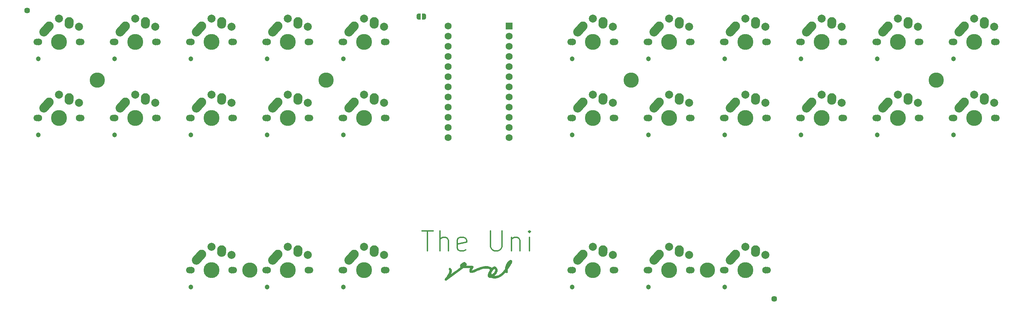
<source format=gts>
G04 #@! TF.GenerationSoftware,KiCad,Pcbnew,(5.99.0-10034-g38c849bde7)*
G04 #@! TF.CreationDate,2021-04-09T15:09:09-07:00*
G04 #@! TF.ProjectId,unisplit_orthosteno,756e6973-706c-4697-945f-6f7274686f73,rev?*
G04 #@! TF.SameCoordinates,Original*
G04 #@! TF.FileFunction,Soldermask,Top*
G04 #@! TF.FilePolarity,Negative*
%FSLAX46Y46*%
G04 Gerber Fmt 4.6, Leading zero omitted, Abs format (unit mm)*
G04 Created by KiCad (PCBNEW (5.99.0-10034-g38c849bde7)) date 2021-04-09 15:09:09*
%MOMM*%
%LPD*%
G01*
G04 APERTURE LIST*
G04 Aperture macros list*
%AMHorizOval*
0 Thick line with rounded ends*
0 $1 width*
0 $2 $3 position (X,Y) of the first rounded end (center of the circle)*
0 $4 $5 position (X,Y) of the second rounded end (center of the circle)*
0 Add line between two ends*
20,1,$1,$2,$3,$4,$5,0*
0 Add two circle primitives to create the rounded ends*
1,1,$1,$2,$3*
1,1,$1,$4,$5*%
%AMFreePoly0*
4,1,22,0.500000,-0.750000,0.000000,-0.750000,0.000000,-0.745033,-0.079941,-0.743568,-0.215256,-0.701293,-0.333266,-0.622738,-0.424486,-0.514219,-0.481581,-0.384460,-0.499164,-0.250000,-0.500000,-0.250000,-0.500000,0.250000,-0.499164,0.250000,-0.499963,0.256109,-0.478152,0.396186,-0.417904,0.524511,-0.324060,0.630769,-0.204165,0.706417,-0.067858,0.745374,0.000000,0.744959,0.000000,0.750000,
0.500000,0.750000,0.500000,-0.750000,0.500000,-0.750000,$1*%
%AMFreePoly1*
4,1,20,0.000000,0.744959,0.073905,0.744508,0.209726,0.703889,0.328688,0.626782,0.421226,0.519385,0.479903,0.390333,0.500000,0.250000,0.500000,-0.250000,0.499851,-0.262216,0.476331,-0.402017,0.414519,-0.529596,0.319384,-0.634700,0.198574,-0.708877,0.061801,-0.746166,0.000000,-0.745033,0.000000,-0.750000,-0.500000,-0.750000,-0.500000,0.750000,0.000000,0.750000,0.000000,0.744959,
0.000000,0.744959,$1*%
G04 Aperture macros list end*
%ADD10C,0.300000*%
%ADD11C,1.448000*%
%ADD12C,1.200000*%
%ADD13C,1.700000*%
%ADD14C,1.750000*%
%ADD15C,3.987800*%
%ADD16HorizOval,2.250000X0.019771X0.290016X-0.019771X-0.290016X0*%
%ADD17C,2.000000*%
%ADD18C,2.250000*%
%ADD19HorizOval,2.250000X0.654995X0.730004X-0.654995X-0.730004X0*%
%ADD20C,3.800000*%
%ADD21FreePoly0,0.000000*%
%ADD22FreePoly1,0.000000*%
%ADD23R,1.752600X1.752600*%
%ADD24C,1.752600*%
G04 APERTURE END LIST*
D10*
X127922476Y-117118154D02*
X130779619Y-117118154D01*
X129351047Y-122118154D02*
X129351047Y-117118154D01*
X132446285Y-122118154D02*
X132446285Y-117118154D01*
X134589142Y-122118154D02*
X134589142Y-119499107D01*
X134351047Y-119022916D01*
X133874857Y-118784821D01*
X133160571Y-118784821D01*
X132684380Y-119022916D01*
X132446285Y-119261011D01*
X138874857Y-121880059D02*
X138398666Y-122118154D01*
X137446285Y-122118154D01*
X136970095Y-121880059D01*
X136732000Y-121403869D01*
X136732000Y-119499107D01*
X136970095Y-119022916D01*
X137446285Y-118784821D01*
X138398666Y-118784821D01*
X138874857Y-119022916D01*
X139112952Y-119499107D01*
X139112952Y-119975297D01*
X136732000Y-120451488D01*
X145065333Y-117118154D02*
X145065333Y-121165773D01*
X145303428Y-121641964D01*
X145541523Y-121880059D01*
X146017714Y-122118154D01*
X146970095Y-122118154D01*
X147446285Y-121880059D01*
X147684380Y-121641964D01*
X147922476Y-121165773D01*
X147922476Y-117118154D01*
X150303428Y-118784821D02*
X150303428Y-122118154D01*
X150303428Y-119261011D02*
X150541523Y-119022916D01*
X151017714Y-118784821D01*
X151732000Y-118784821D01*
X152208190Y-119022916D01*
X152446285Y-119499107D01*
X152446285Y-122118154D01*
X154827238Y-122118154D02*
X154827238Y-118784821D01*
X154827238Y-117118154D02*
X154589142Y-117356250D01*
X154827238Y-117594345D01*
X155065333Y-117356250D01*
X154827238Y-117118154D01*
X154827238Y-117594345D01*
G36*
X144595565Y-127537889D02*
G01*
X144694845Y-127325985D01*
X144770811Y-127175000D01*
X144828710Y-127060933D01*
X144877318Y-126962571D01*
X144912486Y-126888509D01*
X144930067Y-126847344D01*
X144931301Y-126842436D01*
X144910316Y-126822776D01*
X144855103Y-126789789D01*
X144777194Y-126750303D01*
X144769675Y-126746763D01*
X144542797Y-126665651D01*
X144281245Y-126617441D01*
X143987865Y-126601983D01*
X143665499Y-126619127D01*
X143316994Y-126668723D01*
X142945193Y-126750622D01*
X142557087Y-126863331D01*
X142320028Y-126946025D01*
X142064199Y-127047354D01*
X141782837Y-127170186D01*
X141469178Y-127317387D01*
X141357041Y-127371991D01*
X141146719Y-127472783D01*
X140971247Y-127550652D01*
X140822477Y-127608189D01*
X140692261Y-127647990D01*
X140572452Y-127672648D01*
X140454901Y-127684756D01*
X140366896Y-127687159D01*
X140254924Y-127685934D01*
X140177240Y-127679615D01*
X140118162Y-127664838D01*
X140062008Y-127638239D01*
X140018810Y-127612500D01*
X139903603Y-127513650D01*
X139825816Y-127385546D01*
X139785891Y-127232584D01*
X139784264Y-127059158D01*
X139821375Y-126869665D01*
X139897663Y-126668500D01*
X139919994Y-126622626D01*
X139978163Y-126507753D01*
X139548456Y-126491453D01*
X139365666Y-126485533D01*
X139161264Y-126480562D01*
X138956913Y-126476971D01*
X138774275Y-126475192D01*
X138726471Y-126475076D01*
X138334193Y-126475000D01*
X134050313Y-129600000D01*
X133925781Y-129600000D01*
X133842654Y-129594923D01*
X133784142Y-129572955D01*
X133725325Y-129523984D01*
X133716250Y-129515000D01*
X133662708Y-129453860D01*
X133637815Y-129396216D01*
X133631288Y-129316854D01*
X133631250Y-129306550D01*
X133632517Y-129259461D01*
X133639334Y-129218421D01*
X133656226Y-129175772D01*
X133687716Y-129123854D01*
X133738328Y-129055008D01*
X133812587Y-128961574D01*
X133894206Y-128861349D01*
X134138595Y-128547873D01*
X134345255Y-128252046D01*
X134513347Y-127975459D01*
X134642031Y-127719704D01*
X134730469Y-127486374D01*
X134777819Y-127277059D01*
X134786083Y-127170499D01*
X134782128Y-127074385D01*
X134761246Y-126999607D01*
X134715290Y-126918363D01*
X134709764Y-126909963D01*
X134651132Y-126786653D01*
X134636676Y-126668913D01*
X134662838Y-126564062D01*
X134726065Y-126479423D01*
X134822800Y-126422318D01*
X134949487Y-126400067D01*
X134957428Y-126400000D01*
X135020294Y-126404435D01*
X135071191Y-126423410D01*
X135126141Y-126465427D01*
X135181215Y-126518750D01*
X135277700Y-126631693D01*
X135344279Y-126750759D01*
X135384331Y-126886650D01*
X135401233Y-127050067D01*
X135400172Y-127212500D01*
X135391016Y-127363035D01*
X135374811Y-127485302D01*
X135347773Y-127600929D01*
X135312644Y-127712500D01*
X135280382Y-127810049D01*
X135256350Y-127887872D01*
X135243753Y-127935297D01*
X135242933Y-127944651D01*
X135263787Y-127931669D01*
X135321388Y-127891758D01*
X135412129Y-127827511D01*
X135532402Y-127741521D01*
X135678601Y-127636380D01*
X135847118Y-127514681D01*
X136034346Y-127379016D01*
X136236678Y-127231979D01*
X136399174Y-127113606D01*
X137548628Y-126275409D01*
X137500381Y-126132497D01*
X137467131Y-125967059D01*
X137480892Y-125804208D01*
X137500396Y-125752727D01*
X138242064Y-125752727D01*
X138247667Y-125759992D01*
X138283697Y-125741692D01*
X138290671Y-125737217D01*
X138336263Y-125704373D01*
X138356214Y-125684115D01*
X138356250Y-125683745D01*
X138339737Y-125683271D01*
X138302551Y-125702645D01*
X138263216Y-125730675D01*
X138242064Y-125752727D01*
X137500396Y-125752727D01*
X137542377Y-125641916D01*
X137652299Y-125478154D01*
X137778471Y-125341937D01*
X137944102Y-125203672D01*
X138123538Y-125091994D01*
X138307778Y-125010552D01*
X138487819Y-124962993D01*
X138654659Y-124952968D01*
X138718707Y-124960842D01*
X138815971Y-124999925D01*
X138914297Y-125073986D01*
X139000217Y-125170163D01*
X139060263Y-125275591D01*
X139066905Y-125293437D01*
X139101626Y-125463364D01*
X139097897Y-125641421D01*
X139079288Y-125733594D01*
X139065676Y-125797691D01*
X139064618Y-125839047D01*
X139067021Y-125844104D01*
X139094707Y-125848222D01*
X139166146Y-125852952D01*
X139275098Y-125858045D01*
X139415321Y-125863254D01*
X139580577Y-125868332D01*
X139764624Y-125873031D01*
X139837593Y-125874654D01*
X140070690Y-125880017D01*
X140259135Y-125885783D01*
X140408273Y-125892928D01*
X140523450Y-125902428D01*
X140610010Y-125915259D01*
X140673299Y-125932396D01*
X140718662Y-125954817D01*
X140751444Y-125983497D01*
X140776990Y-126019412D01*
X140793326Y-126049181D01*
X140824067Y-126127049D01*
X140830377Y-126203925D01*
X140810049Y-126289652D01*
X140760874Y-126394070D01*
X140689046Y-126513861D01*
X140627146Y-126616308D01*
X140565943Y-126726407D01*
X140509889Y-126834982D01*
X140463433Y-126932860D01*
X140431027Y-127010866D01*
X140417123Y-127059825D01*
X140418807Y-127070890D01*
X140451017Y-127070913D01*
X140522142Y-127050892D01*
X140626375Y-127013155D01*
X140757915Y-126960026D01*
X140910957Y-126893832D01*
X141079698Y-126816899D01*
X141224687Y-126747926D01*
X141544158Y-126597272D01*
X141832342Y-126470621D01*
X142099312Y-126363882D01*
X142355140Y-126272964D01*
X142532893Y-126216571D01*
X142936638Y-126108836D01*
X143325580Y-126033411D01*
X143696521Y-125990165D01*
X144046259Y-125978967D01*
X144371594Y-125999684D01*
X144669326Y-126052185D01*
X144936255Y-126136339D01*
X145169181Y-126252013D01*
X145282508Y-126329690D01*
X145396267Y-126417049D01*
X145503806Y-126321617D01*
X145668200Y-126201836D01*
X145843833Y-126120870D01*
X146022871Y-126080534D01*
X146197483Y-126082642D01*
X146351307Y-126125257D01*
X146494480Y-126212689D01*
X146624310Y-126343789D01*
X146735527Y-126512882D01*
X146764636Y-126570509D01*
X146799854Y-126648228D01*
X146822651Y-126712697D01*
X146835634Y-126778729D01*
X146841413Y-126861137D01*
X146842596Y-126974733D01*
X146842467Y-127012500D01*
X146839631Y-127151507D01*
X146831340Y-127255077D01*
X146815663Y-127337647D01*
X146790667Y-127413654D01*
X146787825Y-127420839D01*
X146693998Y-127620337D01*
X146573185Y-127812618D01*
X146418747Y-128007176D01*
X146256262Y-128181250D01*
X145990345Y-128450000D01*
X146107523Y-128450000D01*
X146223038Y-128442869D01*
X146368605Y-128423582D01*
X146526677Y-128395293D01*
X146679707Y-128361160D01*
X146810150Y-128324337D01*
X146814922Y-128322763D01*
X147092367Y-128209352D01*
X147369110Y-128056605D01*
X147631116Y-127873373D01*
X147864348Y-127668509D01*
X147884759Y-127647978D01*
X147956204Y-127570890D01*
X148050478Y-127462899D01*
X148160219Y-127332958D01*
X148278062Y-127190017D01*
X148396643Y-127043029D01*
X148508598Y-126900944D01*
X148606564Y-126772715D01*
X148623476Y-126750000D01*
X148674709Y-126677112D01*
X148706753Y-126616345D01*
X148725713Y-126549908D01*
X148737695Y-126460008D01*
X148742859Y-126402124D01*
X148781540Y-126126215D01*
X148852819Y-125863196D01*
X148961677Y-125595303D01*
X148979905Y-125557007D01*
X149108426Y-125313240D01*
X149247898Y-125088157D01*
X149393649Y-124887640D01*
X149541006Y-124717572D01*
X149685298Y-124583834D01*
X149821852Y-124492310D01*
X149828129Y-124489081D01*
X149962514Y-124440600D01*
X150102908Y-124423372D01*
X150233825Y-124437840D01*
X150325228Y-124474864D01*
X150420325Y-124551426D01*
X150477411Y-124646386D01*
X150500758Y-124768967D01*
X150500657Y-124853704D01*
X150492509Y-124943019D01*
X150474560Y-125024396D01*
X150441866Y-125113739D01*
X150389480Y-125226954D01*
X150376283Y-125253704D01*
X150272371Y-125447868D01*
X150137979Y-125674192D01*
X149976204Y-125927790D01*
X149790143Y-126203774D01*
X149629864Y-126431835D01*
X149379409Y-126782272D01*
X149396284Y-127123197D01*
X149402456Y-127266093D01*
X149404143Y-127368903D01*
X149400775Y-127441387D01*
X149391784Y-127493305D01*
X149376603Y-127534417D01*
X149371781Y-127544137D01*
X149302765Y-127628518D01*
X149208267Y-127679796D01*
X149100901Y-127697249D01*
X148993284Y-127680157D01*
X148898031Y-127627797D01*
X148848406Y-127574060D01*
X148830967Y-127553444D01*
X148812085Y-127549120D01*
X148785032Y-127566178D01*
X148743084Y-127609707D01*
X148679516Y-127684796D01*
X148642123Y-127730168D01*
X148345475Y-128060352D01*
X148037257Y-128342394D01*
X147715888Y-128577144D01*
X147379788Y-128765452D01*
X147027376Y-128908169D01*
X146657070Y-129006144D01*
X146267290Y-129060227D01*
X146154792Y-129067603D01*
X145899050Y-129067989D01*
X145678171Y-129040492D01*
X145484641Y-128983770D01*
X145360811Y-128925621D01*
X145277942Y-128884141D01*
X145220745Y-128867927D01*
X145174204Y-128873187D01*
X145165433Y-128876260D01*
X145079985Y-128894228D01*
X144967622Y-128899223D01*
X144849521Y-128891945D01*
X144746862Y-128873091D01*
X144712038Y-128861306D01*
X144577444Y-128780089D01*
X144478087Y-128665249D01*
X144415012Y-128519649D01*
X144389267Y-128346149D01*
X144401899Y-128147613D01*
X144418557Y-128058992D01*
X144461196Y-127894919D01*
X144509524Y-127752186D01*
X145347835Y-127752186D01*
X145359315Y-127871550D01*
X145373064Y-127957542D01*
X145386528Y-128023701D01*
X145395777Y-128053280D01*
X145427416Y-128060098D01*
X145489229Y-128028606D01*
X145580188Y-127959564D01*
X145699264Y-127853729D01*
X145807078Y-127750000D01*
X145982213Y-127560755D01*
X146110358Y-127384713D01*
X146192335Y-127220456D01*
X146228969Y-127066563D01*
X146231250Y-127019169D01*
X146220976Y-126917320D01*
X146193892Y-126821465D01*
X146155602Y-126746254D01*
X146111712Y-126706340D01*
X146111547Y-126706276D01*
X146054689Y-126709484D01*
X145976504Y-126749715D01*
X145882550Y-126821838D01*
X145778386Y-126920720D01*
X145669568Y-127041228D01*
X145561656Y-127178229D01*
X145490609Y-127279723D01*
X145403812Y-127435314D01*
X145357421Y-127587393D01*
X145347835Y-127752186D01*
X144509524Y-127752186D01*
X144518941Y-127724375D01*
X144595565Y-127537889D01*
G37*
D11*
X215900000Y-134143750D03*
X29368750Y-61912500D03*
D12*
X32086250Y-74050000D03*
D13*
X42806250Y-69850000D03*
D14*
X32226250Y-69850000D03*
X42386250Y-69850000D03*
D13*
X31806250Y-69850000D03*
D15*
X37306250Y-69850000D03*
D16*
X39826021Y-65059984D03*
D17*
X42306250Y-66050000D03*
D18*
X39846250Y-64770000D03*
X34806250Y-65850000D03*
D19*
X34151245Y-66579996D03*
D17*
X37306250Y-63950000D03*
D14*
X61436250Y-69850000D03*
D15*
X56356250Y-69850000D03*
D13*
X61856250Y-69850000D03*
D14*
X51276250Y-69850000D03*
D12*
X51136250Y-74050000D03*
D13*
X50856250Y-69850000D03*
D16*
X58876021Y-65059984D03*
D18*
X58896250Y-64770000D03*
D17*
X61356250Y-66050000D03*
D18*
X53856250Y-65850000D03*
D19*
X53201245Y-66579996D03*
D17*
X56356250Y-63950000D03*
D14*
X80486250Y-69850000D03*
D15*
X75406250Y-69850000D03*
D14*
X70326250Y-69850000D03*
D13*
X69906250Y-69850000D03*
X80906250Y-69850000D03*
D12*
X70186250Y-74050000D03*
D16*
X77926021Y-65059984D03*
D18*
X77946250Y-64770000D03*
D17*
X80406250Y-66050000D03*
X75406250Y-63950000D03*
D19*
X72251245Y-66579996D03*
D18*
X72906250Y-65850000D03*
D12*
X89236250Y-74050000D03*
D15*
X94456250Y-69850000D03*
D13*
X88956250Y-69850000D03*
D14*
X89376250Y-69850000D03*
X99536250Y-69850000D03*
D13*
X99956250Y-69850000D03*
D17*
X99456250Y-66050000D03*
D16*
X96976021Y-65059984D03*
D18*
X96996250Y-64770000D03*
D17*
X94456250Y-63950000D03*
D18*
X91956250Y-65850000D03*
D19*
X91301245Y-66579996D03*
D15*
X113506250Y-69850000D03*
D12*
X108286250Y-74050000D03*
D14*
X108426250Y-69850000D03*
X118586250Y-69850000D03*
D13*
X108006250Y-69850000D03*
X119006250Y-69850000D03*
D16*
X116026021Y-65059984D03*
D18*
X116046250Y-64770000D03*
D17*
X118506250Y-66050000D03*
D19*
X110351245Y-66579996D03*
D18*
X111006250Y-65850000D03*
D17*
X113506250Y-63950000D03*
D14*
X175736250Y-69850000D03*
D12*
X165436250Y-74050000D03*
D13*
X165156250Y-69850000D03*
D14*
X165576250Y-69850000D03*
D13*
X176156250Y-69850000D03*
D15*
X170656250Y-69850000D03*
D18*
X173196250Y-64770000D03*
D17*
X175656250Y-66050000D03*
D16*
X173176021Y-65059984D03*
D18*
X168156250Y-65850000D03*
D17*
X170656250Y-63950000D03*
D19*
X167501245Y-66579996D03*
D14*
X184626250Y-69850000D03*
D15*
X189706250Y-69850000D03*
D14*
X194786250Y-69850000D03*
D12*
X184486250Y-74050000D03*
D13*
X184206250Y-69850000D03*
X195206250Y-69850000D03*
D18*
X192246250Y-64770000D03*
D17*
X194706250Y-66050000D03*
D16*
X192226021Y-65059984D03*
D19*
X186551245Y-66579996D03*
D17*
X189706250Y-63950000D03*
D18*
X187206250Y-65850000D03*
D13*
X203256250Y-69850000D03*
D14*
X213836250Y-69850000D03*
D13*
X214256250Y-69850000D03*
D14*
X203676250Y-69850000D03*
D12*
X203536250Y-74050000D03*
D15*
X208756250Y-69850000D03*
D17*
X213756250Y-66050000D03*
D18*
X211296250Y-64770000D03*
D16*
X211276021Y-65059984D03*
D19*
X205601245Y-66579996D03*
D17*
X208756250Y-63950000D03*
D18*
X206256250Y-65850000D03*
D12*
X222586250Y-74050000D03*
D14*
X222726250Y-69850000D03*
X232886250Y-69850000D03*
D15*
X227806250Y-69850000D03*
D13*
X222306250Y-69850000D03*
X233306250Y-69850000D03*
D17*
X232806250Y-66050000D03*
D16*
X230326021Y-65059984D03*
D18*
X230346250Y-64770000D03*
X225306250Y-65850000D03*
D19*
X224651245Y-66579996D03*
D17*
X227806250Y-63950000D03*
D13*
X241356250Y-69850000D03*
D12*
X241636250Y-74050000D03*
D14*
X251936250Y-69850000D03*
X241776250Y-69850000D03*
D13*
X252356250Y-69850000D03*
D15*
X246856250Y-69850000D03*
D17*
X251856250Y-66050000D03*
D16*
X249376021Y-65059984D03*
D18*
X249396250Y-64770000D03*
X244356250Y-65850000D03*
D17*
X246856250Y-63950000D03*
D19*
X243701245Y-66579996D03*
D13*
X271406250Y-69850000D03*
D12*
X260686250Y-74050000D03*
D13*
X260406250Y-69850000D03*
D14*
X270986250Y-69850000D03*
X260826250Y-69850000D03*
D15*
X265906250Y-69850000D03*
D18*
X268446250Y-64770000D03*
D17*
X270906250Y-66050000D03*
D16*
X268426021Y-65059984D03*
D18*
X263406250Y-65850000D03*
D17*
X265906250Y-63950000D03*
D19*
X262751245Y-66579996D03*
D14*
X42386250Y-88900000D03*
D13*
X42806250Y-88900000D03*
X31806250Y-88900000D03*
D12*
X32086250Y-93100000D03*
D15*
X37306250Y-88900000D03*
D14*
X32226250Y-88900000D03*
D16*
X39826021Y-84109984D03*
D18*
X39846250Y-83820000D03*
D17*
X42306250Y-85100000D03*
D19*
X34151245Y-85629996D03*
D17*
X37306250Y-83000000D03*
D18*
X34806250Y-84900000D03*
D12*
X51136250Y-93100000D03*
D14*
X51276250Y-88900000D03*
D13*
X61856250Y-88900000D03*
X50856250Y-88900000D03*
D15*
X56356250Y-88900000D03*
D14*
X61436250Y-88900000D03*
D16*
X58876021Y-84109984D03*
D18*
X58896250Y-83820000D03*
D17*
X61356250Y-85100000D03*
X56356250Y-83000000D03*
D19*
X53201245Y-85629996D03*
D18*
X53856250Y-84900000D03*
D12*
X70186250Y-93100000D03*
D15*
X75406250Y-88900000D03*
D14*
X80486250Y-88900000D03*
D13*
X69906250Y-88900000D03*
X80906250Y-88900000D03*
D14*
X70326250Y-88900000D03*
D18*
X77946250Y-83820000D03*
D17*
X80406250Y-85100000D03*
D16*
X77926021Y-84109984D03*
D17*
X75406250Y-83000000D03*
D18*
X72906250Y-84900000D03*
D19*
X72251245Y-85629996D03*
D13*
X88956250Y-88900000D03*
D14*
X89376250Y-88900000D03*
D12*
X89236250Y-93100000D03*
D13*
X99956250Y-88900000D03*
D14*
X99536250Y-88900000D03*
D15*
X94456250Y-88900000D03*
D17*
X99456250Y-85100000D03*
D16*
X96976021Y-84109984D03*
D18*
X96996250Y-83820000D03*
D19*
X91301245Y-85629996D03*
D18*
X91956250Y-84900000D03*
D17*
X94456250Y-83000000D03*
D13*
X108006250Y-88900000D03*
D15*
X113506250Y-88900000D03*
D14*
X118586250Y-88900000D03*
D13*
X119006250Y-88900000D03*
D14*
X108426250Y-88900000D03*
D12*
X108286250Y-93100000D03*
D18*
X116046250Y-83820000D03*
D16*
X116026021Y-84109984D03*
D17*
X118506250Y-85100000D03*
D19*
X110351245Y-85629996D03*
D18*
X111006250Y-84900000D03*
D17*
X113506250Y-83000000D03*
D15*
X170656250Y-88900000D03*
D13*
X176156250Y-88900000D03*
D12*
X165436250Y-93100000D03*
D14*
X165576250Y-88900000D03*
D13*
X165156250Y-88900000D03*
D14*
X175736250Y-88900000D03*
D18*
X173196250Y-83820000D03*
D16*
X173176021Y-84109984D03*
D17*
X175656250Y-85100000D03*
D19*
X167501245Y-85629996D03*
D18*
X168156250Y-84900000D03*
D17*
X170656250Y-83000000D03*
D15*
X189706250Y-88900000D03*
D13*
X195206250Y-88900000D03*
D12*
X184486250Y-93100000D03*
D14*
X184626250Y-88900000D03*
X194786250Y-88900000D03*
D13*
X184206250Y-88900000D03*
D18*
X192246250Y-83820000D03*
D17*
X194706250Y-85100000D03*
D16*
X192226021Y-84109984D03*
D19*
X186551245Y-85629996D03*
D17*
X189706250Y-83000000D03*
D18*
X187206250Y-84900000D03*
D13*
X214256250Y-88900000D03*
X203256250Y-88900000D03*
D14*
X203676250Y-88900000D03*
X213836250Y-88900000D03*
D15*
X208756250Y-88900000D03*
D12*
X203536250Y-93100000D03*
D16*
X211276021Y-84109984D03*
D18*
X211296250Y-83820000D03*
D17*
X213756250Y-85100000D03*
X208756250Y-83000000D03*
D18*
X206256250Y-84900000D03*
D19*
X205601245Y-85629996D03*
D13*
X222306250Y-88900000D03*
D14*
X222726250Y-88900000D03*
D13*
X233306250Y-88900000D03*
D14*
X232886250Y-88900000D03*
D15*
X227806250Y-88900000D03*
D12*
X222586250Y-93100000D03*
D16*
X230326021Y-84109984D03*
D17*
X232806250Y-85100000D03*
D18*
X230346250Y-83820000D03*
D17*
X227806250Y-83000000D03*
D18*
X225306250Y-84900000D03*
D19*
X224651245Y-85629996D03*
D14*
X241776250Y-88900000D03*
D13*
X241356250Y-88900000D03*
D14*
X251936250Y-88900000D03*
D13*
X252356250Y-88900000D03*
D12*
X241636250Y-93100000D03*
D15*
X246856250Y-88900000D03*
D18*
X249396250Y-83820000D03*
D17*
X251856250Y-85100000D03*
D16*
X249376021Y-84109984D03*
D18*
X244356250Y-84900000D03*
D19*
X243701245Y-85629996D03*
D17*
X246856250Y-83000000D03*
D13*
X260406250Y-88900000D03*
D14*
X270986250Y-88900000D03*
D15*
X265906250Y-88900000D03*
D14*
X260826250Y-88900000D03*
D13*
X271406250Y-88900000D03*
D12*
X260686250Y-93100000D03*
D17*
X270906250Y-85100000D03*
D18*
X268446250Y-83820000D03*
D16*
X268426021Y-84109984D03*
D19*
X262751245Y-85629996D03*
D18*
X263406250Y-84900000D03*
D17*
X265906250Y-83000000D03*
D13*
X80906250Y-127000000D03*
D14*
X70326250Y-127000000D03*
D15*
X75406250Y-127000000D03*
D14*
X80486250Y-127000000D03*
D12*
X70186250Y-131200000D03*
D13*
X69906250Y-127000000D03*
D17*
X80406250Y-123200000D03*
D16*
X77926021Y-122209984D03*
D18*
X77946250Y-121920000D03*
X72906250Y-123000000D03*
D17*
X75406250Y-121100000D03*
D19*
X72251245Y-123729996D03*
D12*
X89236250Y-131200000D03*
D13*
X99956250Y-127000000D03*
X88956250Y-127000000D03*
D15*
X94456250Y-127000000D03*
D14*
X99536250Y-127000000D03*
X89376250Y-127000000D03*
D17*
X99456250Y-123200000D03*
D18*
X96996250Y-121920000D03*
D16*
X96976021Y-122209984D03*
D19*
X91301245Y-123729996D03*
D18*
X91956250Y-123000000D03*
D17*
X94456250Y-121100000D03*
D14*
X165576250Y-127000000D03*
D13*
X176156250Y-127000000D03*
D14*
X175736250Y-127000000D03*
D15*
X170656250Y-127000000D03*
D13*
X165156250Y-127000000D03*
D12*
X165436250Y-131200000D03*
D18*
X173196250Y-121920000D03*
D16*
X173176021Y-122209984D03*
D17*
X175656250Y-123200000D03*
D19*
X167501245Y-123729996D03*
D18*
X168156250Y-123000000D03*
D17*
X170656250Y-121100000D03*
D13*
X184206250Y-127000000D03*
X195206250Y-127000000D03*
D14*
X194786250Y-127000000D03*
D15*
X189706250Y-127000000D03*
D14*
X184626250Y-127000000D03*
D12*
X184486250Y-131200000D03*
D17*
X194706250Y-123200000D03*
D16*
X192226021Y-122209984D03*
D18*
X192246250Y-121920000D03*
D17*
X189706250Y-121100000D03*
D18*
X187206250Y-123000000D03*
D19*
X186551245Y-123729996D03*
D15*
X113506250Y-127000000D03*
D13*
X119006250Y-127000000D03*
D12*
X108286250Y-131200000D03*
D13*
X108006250Y-127000000D03*
D14*
X108426250Y-127000000D03*
X118586250Y-127000000D03*
D16*
X116026021Y-122209984D03*
D18*
X116046250Y-121920000D03*
D17*
X118506250Y-123200000D03*
X113506250Y-121100000D03*
D19*
X110351245Y-123729996D03*
D18*
X111006250Y-123000000D03*
D12*
X203536250Y-131200000D03*
D14*
X203676250Y-127000000D03*
D13*
X214256250Y-127000000D03*
D14*
X213836250Y-127000000D03*
D15*
X208756250Y-127000000D03*
D13*
X203256250Y-127000000D03*
D18*
X211296250Y-121920000D03*
D17*
X213756250Y-123200000D03*
D16*
X211276021Y-122209984D03*
D17*
X208756250Y-121100000D03*
D18*
X206256250Y-123000000D03*
D19*
X205601245Y-123729996D03*
D20*
X84931250Y-127000000D03*
X103981250Y-79375000D03*
X180181250Y-79375000D03*
X256381250Y-79375000D03*
X46831250Y-79375000D03*
D21*
X127143750Y-63500000D03*
D22*
X128443750Y-63500000D03*
D20*
X199231250Y-127000000D03*
D23*
X149701250Y-65804250D03*
D24*
X149701250Y-68344250D03*
X149701250Y-70884250D03*
X149701250Y-73424250D03*
X149701250Y-75964250D03*
X149701250Y-78504250D03*
X149701250Y-81044250D03*
X149701250Y-83584250D03*
X149701250Y-86124250D03*
X149701250Y-88664250D03*
X149701250Y-91204250D03*
X149701250Y-93744250D03*
X134461250Y-93744250D03*
X134461250Y-91204250D03*
X134461250Y-88664250D03*
X134461250Y-86124250D03*
X134461250Y-83584250D03*
X134461250Y-81044250D03*
X134461250Y-78504250D03*
X134461250Y-75964250D03*
X134461250Y-73424250D03*
X134461250Y-70884250D03*
X134461250Y-68344250D03*
X134461250Y-65804250D03*
M02*

</source>
